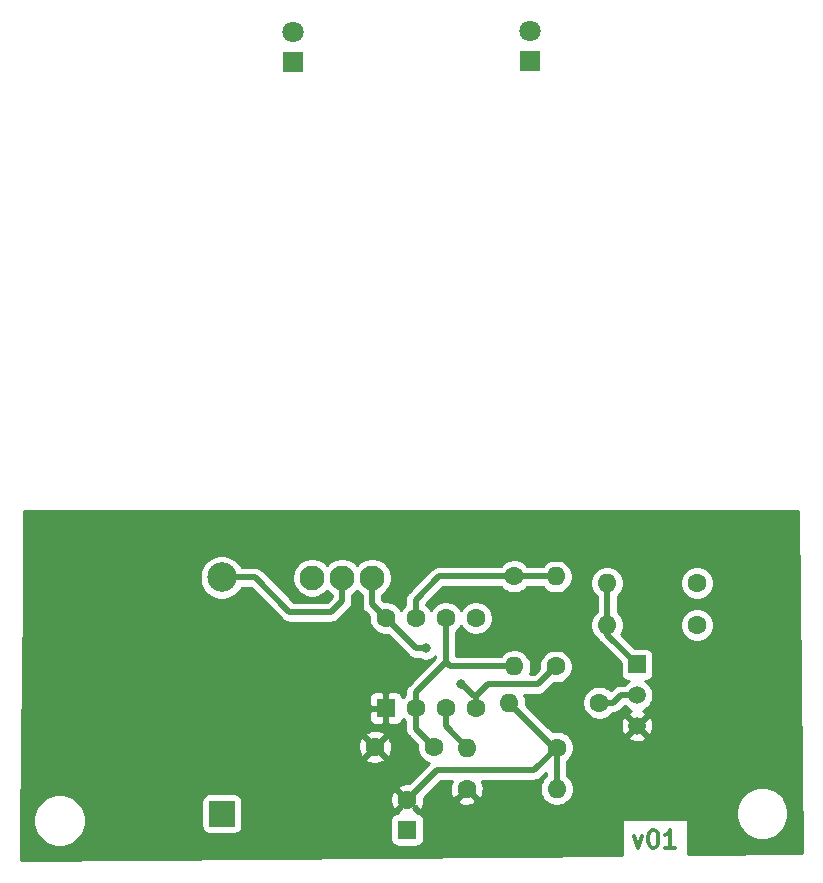
<source format=gbr>
%TF.GenerationSoftware,KiCad,Pcbnew,(5.1.6)-1*%
%TF.CreationDate,2021-10-24T20:03:51+02:00*%
%TF.ProjectId,KiCAD_tutorial,4b694341-445f-4747-9574-6f7269616c2e,rev?*%
%TF.SameCoordinates,Original*%
%TF.FileFunction,Copper,L1,Top*%
%TF.FilePolarity,Positive*%
%FSLAX46Y46*%
G04 Gerber Fmt 4.6, Leading zero omitted, Abs format (unit mm)*
G04 Created by KiCad (PCBNEW (5.1.6)-1) date 2021-10-24 20:03:51*
%MOMM*%
%LPD*%
G01*
G04 APERTURE LIST*
%TA.AperFunction,NonConductor*%
%ADD10C,0.300000*%
%TD*%
%TA.AperFunction,ComponentPad*%
%ADD11C,1.600000*%
%TD*%
%TA.AperFunction,ComponentPad*%
%ADD12O,1.600000X1.600000*%
%TD*%
%TA.AperFunction,ComponentPad*%
%ADD13R,2.170000X2.170000*%
%TD*%
%TA.AperFunction,ComponentPad*%
%ADD14C,2.500000*%
%TD*%
%TA.AperFunction,ComponentPad*%
%ADD15R,1.600000X1.600000*%
%TD*%
%TA.AperFunction,ComponentPad*%
%ADD16C,1.500000*%
%TD*%
%TA.AperFunction,ComponentPad*%
%ADD17R,1.500000X1.500000*%
%TD*%
%TA.AperFunction,ComponentPad*%
%ADD18C,2.100000*%
%TD*%
%TA.AperFunction,ComponentPad*%
%ADD19R,1.800000X1.800000*%
%TD*%
%TA.AperFunction,ComponentPad*%
%ADD20C,1.800000*%
%TD*%
%TA.AperFunction,ViaPad*%
%ADD21C,0.800000*%
%TD*%
%TA.AperFunction,Conductor*%
%ADD22C,0.500000*%
%TD*%
%TA.AperFunction,Conductor*%
%ADD23C,0.254000*%
%TD*%
G04 APERTURE END LIST*
D10*
X123714285Y-127738571D02*
X124071428Y-128738571D01*
X124428571Y-127738571D01*
X125285714Y-127238571D02*
X125428571Y-127238571D01*
X125571428Y-127310000D01*
X125642857Y-127381428D01*
X125714285Y-127524285D01*
X125785714Y-127810000D01*
X125785714Y-128167142D01*
X125714285Y-128452857D01*
X125642857Y-128595714D01*
X125571428Y-128667142D01*
X125428571Y-128738571D01*
X125285714Y-128738571D01*
X125142857Y-128667142D01*
X125071428Y-128595714D01*
X125000000Y-128452857D01*
X124928571Y-128167142D01*
X124928571Y-127810000D01*
X125000000Y-127524285D01*
X125071428Y-127381428D01*
X125142857Y-127310000D01*
X125285714Y-127238571D01*
X127214285Y-128738571D02*
X126357142Y-128738571D01*
X126785714Y-128738571D02*
X126785714Y-127238571D01*
X126642857Y-127452857D01*
X126500000Y-127595714D01*
X126357142Y-127667142D01*
D11*
%TO.P,R2,1*%
%TO.N,Net-(R1-Pad2)*%
X113580000Y-105770000D03*
D12*
%TO.P,R2,2*%
%TO.N,Net-(C1-Pad1)*%
X113580000Y-113390000D03*
%TD*%
D13*
%TO.P,BT1,Neg*%
%TO.N,N/C*%
X88820000Y-125860000D03*
D14*
%TO.P,BT1,Pos*%
X88820000Y-105860000D03*
%TD*%
D11*
%TO.P,C1,1*%
%TO.N,Net-(C1-Pad1)*%
X106800000Y-120210000D03*
%TO.P,C1,2*%
%TO.N,GND*%
X101800000Y-120210000D03*
%TD*%
%TO.P,C2,1*%
%TO.N,GND*%
X104520000Y-124710000D03*
D15*
%TO.P,C2,2*%
%TO.N,Net-(C2-Pad2)*%
X104520000Y-127210000D03*
%TD*%
D16*
%TO.P,Q1,2*%
%TO.N,Net-(Q1-Pad2)*%
X123970000Y-115830000D03*
%TO.P,Q1,3*%
%TO.N,GND*%
X123970000Y-118430000D03*
D17*
%TO.P,Q1,1*%
%TO.N,Net-(Q1-Pad1)*%
X123970000Y-113230000D03*
%TD*%
D12*
%TO.P,R1,2*%
%TO.N,Net-(R1-Pad2)*%
X117090000Y-105780000D03*
D11*
%TO.P,R1,1*%
%TO.N,VDD*%
X117090000Y-113400000D03*
%TD*%
%TO.P,R3,1*%
%TO.N,Net-(C2-Pad2)*%
X117180000Y-120260000D03*
D12*
%TO.P,R3,2*%
%TO.N,Net-(R3-Pad2)*%
X109560000Y-120260000D03*
%TD*%
%TO.P,R4,2*%
%TO.N,Net-(C2-Pad2)*%
X117170000Y-123760000D03*
D11*
%TO.P,R4,1*%
%TO.N,GND*%
X109550000Y-123760000D03*
%TD*%
%TO.P,R5,1*%
%TO.N,Net-(Q1-Pad2)*%
X120790000Y-116460000D03*
D12*
%TO.P,R5,2*%
%TO.N,Net-(C2-Pad2)*%
X113170000Y-116460000D03*
%TD*%
D11*
%TO.P,R6,1*%
%TO.N,Net-(D1-Pad1)*%
X129060000Y-109900000D03*
D12*
%TO.P,R6,2*%
%TO.N,Net-(Q1-Pad1)*%
X121440000Y-109900000D03*
%TD*%
%TO.P,R7,2*%
%TO.N,Net-(Q1-Pad1)*%
X121430000Y-106320000D03*
D11*
%TO.P,R7,1*%
%TO.N,Net-(D2-Pad1)*%
X129050000Y-106320000D03*
%TD*%
D18*
%TO.P,SW1,1*%
%TO.N,Net-(SW1-Pad1)*%
X96460000Y-105880000D03*
%TO.P,SW1,2*%
%TO.N,Net-(BT1-Pad1)*%
X99000000Y-105880000D03*
%TO.P,SW1,3*%
%TO.N,VDD*%
X101540000Y-105880000D03*
%TD*%
D15*
%TO.P,U1,1*%
%TO.N,GND*%
X102700000Y-116930000D03*
D11*
%TO.P,U1,2*%
%TO.N,Net-(C1-Pad1)*%
X105240000Y-116930000D03*
%TO.P,U1,3*%
%TO.N,Net-(R3-Pad2)*%
X107780000Y-116930000D03*
%TO.P,U1,4*%
%TO.N,VDD*%
X110320000Y-116930000D03*
%TO.P,U1,5*%
%TO.N,Net-(U1-Pad5)*%
X110320000Y-109310000D03*
%TO.P,U1,6*%
%TO.N,Net-(C1-Pad1)*%
X107780000Y-109310000D03*
%TO.P,U1,7*%
%TO.N,Net-(R1-Pad2)*%
X105240000Y-109310000D03*
%TO.P,U1,8*%
%TO.N,VDD*%
X102700000Y-109310000D03*
%TD*%
D19*
%TO.P,D1,1*%
%TO.N,Net-(D1-Pad1)*%
X114880000Y-62140000D03*
D20*
%TO.P,D1,2*%
%TO.N,VDD*%
X114880000Y-59600000D03*
%TD*%
%TO.P,D2,2*%
%TO.N,VDD*%
X94820000Y-59640000D03*
D19*
%TO.P,D2,1*%
%TO.N,Net-(D2-Pad1)*%
X94820000Y-62180000D03*
%TD*%
D21*
%TO.N,VDD*%
X109090000Y-114860000D03*
X106100000Y-111870000D03*
%TD*%
D22*
%TO.N,Net-(C1-Pad1)*%
X105240000Y-116930000D02*
X105240000Y-115600000D01*
X107780000Y-113060000D02*
X107780000Y-109310000D01*
X105240000Y-115600000D02*
X107780000Y-113060000D01*
X108110000Y-113390000D02*
X107780000Y-113060000D01*
X113580000Y-113390000D02*
X108110000Y-113390000D01*
X105240000Y-118650000D02*
X106800000Y-120210000D01*
X105240000Y-116930000D02*
X105240000Y-118650000D01*
%TO.N,Net-(C2-Pad2)*%
X116970000Y-120260000D02*
X117180000Y-120260000D01*
X113170000Y-116460000D02*
X116970000Y-120260000D01*
X117170000Y-120270000D02*
X117180000Y-120260000D01*
X117170000Y-123760000D02*
X117170000Y-120270000D01*
X104520000Y-124710000D02*
X107050000Y-122180000D01*
X115260000Y-122180000D02*
X117180000Y-120260000D01*
X107050000Y-122180000D02*
X115260000Y-122180000D01*
%TO.N,VDD*%
X101540000Y-108150000D02*
X102700000Y-109310000D01*
X101540000Y-105880000D02*
X101540000Y-108150000D01*
X110320000Y-116930000D02*
X110320000Y-115900000D01*
X110320000Y-115900000D02*
X111320000Y-114900000D01*
X115590000Y-114900000D02*
X117090000Y-113400000D01*
X111320000Y-114900000D02*
X115590000Y-114900000D01*
X110320000Y-115900000D02*
X110180000Y-115900000D01*
X110180000Y-115900000D02*
X109140000Y-114860000D01*
X109140000Y-114860000D02*
X109090000Y-114860000D01*
X105260000Y-111870000D02*
X102700000Y-109310000D01*
X106100000Y-111870000D02*
X105260000Y-111870000D01*
%TO.N,Net-(Q1-Pad2)*%
X120790000Y-116460000D02*
X121970000Y-116460000D01*
X122600000Y-115830000D02*
X123970000Y-115830000D01*
X121970000Y-116460000D02*
X122600000Y-115830000D01*
%TO.N,Net-(Q1-Pad1)*%
X121440000Y-110700000D02*
X123970000Y-113230000D01*
X121440000Y-109900000D02*
X121440000Y-110700000D01*
X121440000Y-106330000D02*
X121430000Y-106320000D01*
X121440000Y-109900000D02*
X121440000Y-106330000D01*
%TO.N,Net-(R1-Pad2)*%
X105240000Y-109310000D02*
X105240000Y-107730000D01*
X107200000Y-105770000D02*
X113580000Y-105770000D01*
X105240000Y-107730000D02*
X107200000Y-105770000D01*
X113590000Y-105780000D02*
X113580000Y-105770000D01*
X117090000Y-105780000D02*
X113590000Y-105780000D01*
%TO.N,Net-(R3-Pad2)*%
X107780000Y-118480000D02*
X109560000Y-120260000D01*
X107780000Y-116930000D02*
X107780000Y-118480000D01*
%TO.N,Net-(BT1-Pad1)*%
X88820000Y-105860000D02*
X91620000Y-105860000D01*
X91620000Y-105860000D02*
X94550000Y-108790000D01*
X94550000Y-108790000D02*
X98080000Y-108790000D01*
X99000000Y-107870000D02*
X99000000Y-105880000D01*
X98080000Y-108790000D02*
X99000000Y-107870000D01*
%TD*%
D23*
%TO.N,GND*%
G36*
X137911659Y-129184232D02*
G01*
X128285000Y-129277103D01*
X128285000Y-126270000D01*
X122715000Y-126270000D01*
X122715000Y-129330838D01*
X71828123Y-129821758D01*
X71859614Y-126209872D01*
X72855000Y-126209872D01*
X72855000Y-126650128D01*
X72940890Y-127081925D01*
X73109369Y-127488669D01*
X73353962Y-127854729D01*
X73665271Y-128166038D01*
X74031331Y-128410631D01*
X74438075Y-128579110D01*
X74869872Y-128665000D01*
X75310128Y-128665000D01*
X75741925Y-128579110D01*
X76148669Y-128410631D01*
X76514729Y-128166038D01*
X76826038Y-127854729D01*
X77070631Y-127488669D01*
X77239110Y-127081925D01*
X77325000Y-126650128D01*
X77325000Y-126209872D01*
X77239110Y-125778075D01*
X77070631Y-125371331D01*
X76826038Y-125005271D01*
X76595767Y-124775000D01*
X87096928Y-124775000D01*
X87096928Y-126945000D01*
X87109188Y-127069482D01*
X87145498Y-127189180D01*
X87204463Y-127299494D01*
X87283815Y-127396185D01*
X87380506Y-127475537D01*
X87490820Y-127534502D01*
X87610518Y-127570812D01*
X87735000Y-127583072D01*
X89905000Y-127583072D01*
X90029482Y-127570812D01*
X90149180Y-127534502D01*
X90259494Y-127475537D01*
X90356185Y-127396185D01*
X90435537Y-127299494D01*
X90494502Y-127189180D01*
X90530812Y-127069482D01*
X90543072Y-126945000D01*
X90543072Y-124775000D01*
X90530812Y-124650518D01*
X90494502Y-124530820D01*
X90435537Y-124420506D01*
X90356185Y-124323815D01*
X90259494Y-124244463D01*
X90149180Y-124185498D01*
X90029482Y-124149188D01*
X89905000Y-124136928D01*
X87735000Y-124136928D01*
X87610518Y-124149188D01*
X87490820Y-124185498D01*
X87380506Y-124244463D01*
X87283815Y-124323815D01*
X87204463Y-124420506D01*
X87145498Y-124530820D01*
X87109188Y-124650518D01*
X87096928Y-124775000D01*
X76595767Y-124775000D01*
X76514729Y-124693962D01*
X76148669Y-124449369D01*
X75741925Y-124280890D01*
X75310128Y-124195000D01*
X74869872Y-124195000D01*
X74438075Y-124280890D01*
X74031331Y-124449369D01*
X73665271Y-124693962D01*
X73353962Y-125005271D01*
X73109369Y-125371331D01*
X72940890Y-125778075D01*
X72855000Y-126209872D01*
X71859614Y-126209872D01*
X71903271Y-121202702D01*
X100986903Y-121202702D01*
X101058486Y-121446671D01*
X101313996Y-121567571D01*
X101588184Y-121636300D01*
X101870512Y-121650217D01*
X102150130Y-121608787D01*
X102416292Y-121513603D01*
X102541514Y-121446671D01*
X102613097Y-121202702D01*
X101800000Y-120389605D01*
X100986903Y-121202702D01*
X71903271Y-121202702D01*
X71911312Y-120280512D01*
X100359783Y-120280512D01*
X100401213Y-120560130D01*
X100496397Y-120826292D01*
X100563329Y-120951514D01*
X100807298Y-121023097D01*
X101620395Y-120210000D01*
X101979605Y-120210000D01*
X102792702Y-121023097D01*
X103036671Y-120951514D01*
X103157571Y-120696004D01*
X103226300Y-120421816D01*
X103240217Y-120139488D01*
X103198787Y-119859870D01*
X103103603Y-119593708D01*
X103036671Y-119468486D01*
X102792702Y-119396903D01*
X101979605Y-120210000D01*
X101620395Y-120210000D01*
X100807298Y-119396903D01*
X100563329Y-119468486D01*
X100442429Y-119723996D01*
X100373700Y-119998184D01*
X100359783Y-120280512D01*
X71911312Y-120280512D01*
X71920582Y-119217298D01*
X100986903Y-119217298D01*
X101800000Y-120030395D01*
X102613097Y-119217298D01*
X102541514Y-118973329D01*
X102286004Y-118852429D01*
X102011816Y-118783700D01*
X101729488Y-118769783D01*
X101449870Y-118811213D01*
X101183708Y-118906397D01*
X101058486Y-118973329D01*
X100986903Y-119217298D01*
X71920582Y-119217298D01*
X71933549Y-117730000D01*
X101261928Y-117730000D01*
X101274188Y-117854482D01*
X101310498Y-117974180D01*
X101369463Y-118084494D01*
X101448815Y-118181185D01*
X101545506Y-118260537D01*
X101655820Y-118319502D01*
X101775518Y-118355812D01*
X101900000Y-118368072D01*
X102414250Y-118365000D01*
X102573000Y-118206250D01*
X102573000Y-117057000D01*
X101423750Y-117057000D01*
X101265000Y-117215750D01*
X101261928Y-117730000D01*
X71933549Y-117730000D01*
X71947499Y-116130000D01*
X101261928Y-116130000D01*
X101265000Y-116644250D01*
X101423750Y-116803000D01*
X102573000Y-116803000D01*
X102573000Y-115653750D01*
X102414250Y-115495000D01*
X101900000Y-115491928D01*
X101775518Y-115504188D01*
X101655820Y-115540498D01*
X101545506Y-115599463D01*
X101448815Y-115678815D01*
X101369463Y-115775506D01*
X101310498Y-115885820D01*
X101274188Y-116005518D01*
X101261928Y-116130000D01*
X71947499Y-116130000D01*
X72038663Y-105674344D01*
X86935000Y-105674344D01*
X86935000Y-106045656D01*
X87007439Y-106409834D01*
X87149534Y-106752882D01*
X87355825Y-107061618D01*
X87618382Y-107324175D01*
X87927118Y-107530466D01*
X88270166Y-107672561D01*
X88634344Y-107745000D01*
X89005656Y-107745000D01*
X89369834Y-107672561D01*
X89712882Y-107530466D01*
X90021618Y-107324175D01*
X90284175Y-107061618D01*
X90490466Y-106752882D01*
X90493731Y-106745000D01*
X91253422Y-106745000D01*
X93893470Y-109385049D01*
X93921183Y-109418817D01*
X93954951Y-109446530D01*
X93954953Y-109446532D01*
X94055940Y-109529410D01*
X94055941Y-109529411D01*
X94209687Y-109611589D01*
X94376510Y-109662195D01*
X94506523Y-109675000D01*
X94506531Y-109675000D01*
X94550000Y-109679281D01*
X94593469Y-109675000D01*
X98036531Y-109675000D01*
X98080000Y-109679281D01*
X98123469Y-109675000D01*
X98123477Y-109675000D01*
X98253490Y-109662195D01*
X98420313Y-109611589D01*
X98574059Y-109529411D01*
X98708817Y-109418817D01*
X98736534Y-109385044D01*
X99595050Y-108526529D01*
X99628817Y-108498817D01*
X99656571Y-108465000D01*
X99739410Y-108364060D01*
X99739411Y-108364059D01*
X99821589Y-108210313D01*
X99872195Y-108043490D01*
X99885000Y-107913477D01*
X99885000Y-107913467D01*
X99889281Y-107870001D01*
X99885000Y-107826535D01*
X99885000Y-107315195D01*
X100074125Y-107188825D01*
X100270000Y-106992950D01*
X100465875Y-107188825D01*
X100655001Y-107315195D01*
X100655001Y-108106521D01*
X100650719Y-108150000D01*
X100667805Y-108323490D01*
X100718412Y-108490313D01*
X100800590Y-108644059D01*
X100883468Y-108745046D01*
X100883471Y-108745049D01*
X100911184Y-108778817D01*
X100944951Y-108806529D01*
X101271983Y-109133561D01*
X101265000Y-109168665D01*
X101265000Y-109451335D01*
X101320147Y-109728574D01*
X101428320Y-109989727D01*
X101585363Y-110224759D01*
X101785241Y-110424637D01*
X102020273Y-110581680D01*
X102281426Y-110689853D01*
X102558665Y-110745000D01*
X102841335Y-110745000D01*
X102876439Y-110738017D01*
X104603470Y-112465049D01*
X104631183Y-112498817D01*
X104664951Y-112526530D01*
X104664953Y-112526532D01*
X104712973Y-112565941D01*
X104765941Y-112609411D01*
X104919687Y-112691589D01*
X105086510Y-112742195D01*
X105216523Y-112755000D01*
X105216531Y-112755000D01*
X105260000Y-112759281D01*
X105303469Y-112755000D01*
X105561546Y-112755000D01*
X105609744Y-112787205D01*
X105798102Y-112865226D01*
X105998061Y-112905000D01*
X106201939Y-112905000D01*
X106401898Y-112865226D01*
X106590256Y-112787205D01*
X106759774Y-112673937D01*
X106895000Y-112538711D01*
X106895000Y-112693421D01*
X104644951Y-114943471D01*
X104611184Y-114971183D01*
X104583471Y-115004951D01*
X104583468Y-115004954D01*
X104500590Y-115105941D01*
X104418412Y-115259687D01*
X104367805Y-115426510D01*
X104350719Y-115600000D01*
X104355001Y-115643478D01*
X104355001Y-115795478D01*
X104325241Y-115815363D01*
X104126643Y-116013961D01*
X104125812Y-116005518D01*
X104089502Y-115885820D01*
X104030537Y-115775506D01*
X103951185Y-115678815D01*
X103854494Y-115599463D01*
X103744180Y-115540498D01*
X103624482Y-115504188D01*
X103500000Y-115491928D01*
X102985750Y-115495000D01*
X102827000Y-115653750D01*
X102827000Y-116803000D01*
X102847000Y-116803000D01*
X102847000Y-117057000D01*
X102827000Y-117057000D01*
X102827000Y-118206250D01*
X102985750Y-118365000D01*
X103500000Y-118368072D01*
X103624482Y-118355812D01*
X103744180Y-118319502D01*
X103854494Y-118260537D01*
X103951185Y-118181185D01*
X104030537Y-118084494D01*
X104089502Y-117974180D01*
X104125812Y-117854482D01*
X104126643Y-117846039D01*
X104325241Y-118044637D01*
X104355001Y-118064522D01*
X104355001Y-118606521D01*
X104350719Y-118650000D01*
X104367805Y-118823490D01*
X104418412Y-118990313D01*
X104500590Y-119144059D01*
X104583468Y-119245046D01*
X104583471Y-119245049D01*
X104611184Y-119278817D01*
X104644951Y-119306529D01*
X105371983Y-120033561D01*
X105365000Y-120068665D01*
X105365000Y-120351335D01*
X105420147Y-120628574D01*
X105528320Y-120889727D01*
X105685363Y-121124759D01*
X105885241Y-121324637D01*
X106120273Y-121481680D01*
X106381426Y-121589853D01*
X106387383Y-121591038D01*
X104696464Y-123281957D01*
X104449488Y-123269783D01*
X104169870Y-123311213D01*
X103903708Y-123406397D01*
X103778486Y-123473329D01*
X103706903Y-123717298D01*
X103984013Y-123994408D01*
X103863468Y-124114954D01*
X103810225Y-124179830D01*
X103527298Y-123896903D01*
X103283329Y-123968486D01*
X103162429Y-124223996D01*
X103093700Y-124498184D01*
X103079783Y-124780512D01*
X103121213Y-125060130D01*
X103216397Y-125326292D01*
X103283329Y-125451514D01*
X103527298Y-125523097D01*
X103810225Y-125240170D01*
X103891183Y-125338817D01*
X103989830Y-125419775D01*
X103706903Y-125702702D01*
X103727215Y-125771928D01*
X103720000Y-125771928D01*
X103595518Y-125784188D01*
X103475820Y-125820498D01*
X103365506Y-125879463D01*
X103268815Y-125958815D01*
X103189463Y-126055506D01*
X103130498Y-126165820D01*
X103094188Y-126285518D01*
X103081928Y-126410000D01*
X103081928Y-128010000D01*
X103094188Y-128134482D01*
X103130498Y-128254180D01*
X103189463Y-128364494D01*
X103268815Y-128461185D01*
X103365506Y-128540537D01*
X103475820Y-128599502D01*
X103595518Y-128635812D01*
X103720000Y-128648072D01*
X105320000Y-128648072D01*
X105444482Y-128635812D01*
X105564180Y-128599502D01*
X105674494Y-128540537D01*
X105771185Y-128461185D01*
X105850537Y-128364494D01*
X105909502Y-128254180D01*
X105945812Y-128134482D01*
X105958072Y-128010000D01*
X105958072Y-126410000D01*
X105945812Y-126285518D01*
X105909502Y-126165820D01*
X105850537Y-126055506D01*
X105771185Y-125958815D01*
X105674494Y-125879463D01*
X105564180Y-125820498D01*
X105444482Y-125784188D01*
X105320000Y-125771928D01*
X105312785Y-125771928D01*
X105333097Y-125702702D01*
X105230267Y-125599872D01*
X132325000Y-125599872D01*
X132325000Y-126040128D01*
X132410890Y-126471925D01*
X132579369Y-126878669D01*
X132823962Y-127244729D01*
X133135271Y-127556038D01*
X133501331Y-127800631D01*
X133908075Y-127969110D01*
X134339872Y-128055000D01*
X134780128Y-128055000D01*
X135211925Y-127969110D01*
X135618669Y-127800631D01*
X135984729Y-127556038D01*
X136296038Y-127244729D01*
X136540631Y-126878669D01*
X136709110Y-126471925D01*
X136795000Y-126040128D01*
X136795000Y-125599872D01*
X136709110Y-125168075D01*
X136540631Y-124761331D01*
X136296038Y-124395271D01*
X135984729Y-124083962D01*
X135618669Y-123839369D01*
X135211925Y-123670890D01*
X134780128Y-123585000D01*
X134339872Y-123585000D01*
X133908075Y-123670890D01*
X133501331Y-123839369D01*
X133135271Y-124083962D01*
X132823962Y-124395271D01*
X132579369Y-124761331D01*
X132410890Y-125168075D01*
X132325000Y-125599872D01*
X105230267Y-125599872D01*
X105050170Y-125419775D01*
X105115046Y-125366532D01*
X105235592Y-125245987D01*
X105512702Y-125523097D01*
X105756671Y-125451514D01*
X105877571Y-125196004D01*
X105946300Y-124921816D01*
X105954636Y-124752702D01*
X108736903Y-124752702D01*
X108808486Y-124996671D01*
X109063996Y-125117571D01*
X109338184Y-125186300D01*
X109620512Y-125200217D01*
X109900130Y-125158787D01*
X110166292Y-125063603D01*
X110291514Y-124996671D01*
X110363097Y-124752702D01*
X109550000Y-123939605D01*
X108736903Y-124752702D01*
X105954636Y-124752702D01*
X105960217Y-124639488D01*
X105944973Y-124536605D01*
X107416579Y-123065000D01*
X108291320Y-123065000D01*
X108192429Y-123273996D01*
X108123700Y-123548184D01*
X108109783Y-123830512D01*
X108151213Y-124110130D01*
X108246397Y-124376292D01*
X108313329Y-124501514D01*
X108557298Y-124573097D01*
X109370395Y-123760000D01*
X109356253Y-123745858D01*
X109535858Y-123566253D01*
X109550000Y-123580395D01*
X109564143Y-123566253D01*
X109743748Y-123745858D01*
X109729605Y-123760000D01*
X110542702Y-124573097D01*
X110786671Y-124501514D01*
X110907571Y-124246004D01*
X110976300Y-123971816D01*
X110990217Y-123689488D01*
X110948787Y-123409870D01*
X110853603Y-123143708D01*
X110811533Y-123065000D01*
X115216531Y-123065000D01*
X115260000Y-123069281D01*
X115303469Y-123065000D01*
X115303477Y-123065000D01*
X115433490Y-123052195D01*
X115600313Y-123001589D01*
X115754059Y-122919411D01*
X115888817Y-122808817D01*
X115916534Y-122775044D01*
X116285000Y-122406578D01*
X116285000Y-122625478D01*
X116255241Y-122645363D01*
X116055363Y-122845241D01*
X115898320Y-123080273D01*
X115790147Y-123341426D01*
X115735000Y-123618665D01*
X115735000Y-123901335D01*
X115790147Y-124178574D01*
X115898320Y-124439727D01*
X116055363Y-124674759D01*
X116255241Y-124874637D01*
X116490273Y-125031680D01*
X116751426Y-125139853D01*
X117028665Y-125195000D01*
X117311335Y-125195000D01*
X117588574Y-125139853D01*
X117849727Y-125031680D01*
X118084759Y-124874637D01*
X118284637Y-124674759D01*
X118441680Y-124439727D01*
X118549853Y-124178574D01*
X118605000Y-123901335D01*
X118605000Y-123618665D01*
X118549853Y-123341426D01*
X118441680Y-123080273D01*
X118284637Y-122845241D01*
X118084759Y-122645363D01*
X118055000Y-122625479D01*
X118055000Y-121401203D01*
X118094759Y-121374637D01*
X118294637Y-121174759D01*
X118451680Y-120939727D01*
X118559853Y-120678574D01*
X118615000Y-120401335D01*
X118615000Y-120118665D01*
X118559853Y-119841426D01*
X118451680Y-119580273D01*
X118322535Y-119386993D01*
X123192612Y-119386993D01*
X123258137Y-119625860D01*
X123505116Y-119741760D01*
X123769960Y-119807250D01*
X124042492Y-119819812D01*
X124312238Y-119778965D01*
X124568832Y-119686277D01*
X124681863Y-119625860D01*
X124747388Y-119386993D01*
X123970000Y-118609605D01*
X123192612Y-119386993D01*
X118322535Y-119386993D01*
X118294637Y-119345241D01*
X118094759Y-119145363D01*
X117859727Y-118988320D01*
X117598574Y-118880147D01*
X117321335Y-118825000D01*
X117038665Y-118825000D01*
X116828403Y-118866824D01*
X116464071Y-118502492D01*
X122580188Y-118502492D01*
X122621035Y-118772238D01*
X122713723Y-119028832D01*
X122774140Y-119141863D01*
X123013007Y-119207388D01*
X123790395Y-118430000D01*
X124149605Y-118430000D01*
X124926993Y-119207388D01*
X125165860Y-119141863D01*
X125281760Y-118894884D01*
X125347250Y-118630040D01*
X125359812Y-118357508D01*
X125318965Y-118087762D01*
X125226277Y-117831168D01*
X125165860Y-117718137D01*
X124926993Y-117652612D01*
X124149605Y-118430000D01*
X123790395Y-118430000D01*
X123013007Y-117652612D01*
X122774140Y-117718137D01*
X122658240Y-117965116D01*
X122592750Y-118229960D01*
X122580188Y-118502492D01*
X116464071Y-118502492D01*
X114598017Y-116636439D01*
X114605000Y-116601335D01*
X114605000Y-116318665D01*
X119355000Y-116318665D01*
X119355000Y-116601335D01*
X119410147Y-116878574D01*
X119518320Y-117139727D01*
X119675363Y-117374759D01*
X119875241Y-117574637D01*
X120110273Y-117731680D01*
X120371426Y-117839853D01*
X120648665Y-117895000D01*
X120931335Y-117895000D01*
X121208574Y-117839853D01*
X121469727Y-117731680D01*
X121704759Y-117574637D01*
X121904637Y-117374759D01*
X121924521Y-117345000D01*
X121926531Y-117345000D01*
X121970000Y-117349281D01*
X122013469Y-117345000D01*
X122013477Y-117345000D01*
X122143490Y-117332195D01*
X122310313Y-117281589D01*
X122464059Y-117199411D01*
X122598817Y-117088817D01*
X122626534Y-117055044D01*
X122931447Y-116750132D01*
X123087114Y-116905799D01*
X123313957Y-117057371D01*
X123490655Y-117130561D01*
X123371168Y-117173723D01*
X123258137Y-117234140D01*
X123192612Y-117473007D01*
X123970000Y-118250395D01*
X124747388Y-117473007D01*
X124681863Y-117234140D01*
X124455610Y-117127966D01*
X124626043Y-117057371D01*
X124852886Y-116905799D01*
X125045799Y-116712886D01*
X125197371Y-116486043D01*
X125301775Y-116233989D01*
X125355000Y-115966411D01*
X125355000Y-115693589D01*
X125301775Y-115426011D01*
X125197371Y-115173957D01*
X125045799Y-114947114D01*
X124852886Y-114754201D01*
X124649155Y-114618072D01*
X124720000Y-114618072D01*
X124844482Y-114605812D01*
X124964180Y-114569502D01*
X125074494Y-114510537D01*
X125171185Y-114431185D01*
X125250537Y-114334494D01*
X125309502Y-114224180D01*
X125345812Y-114104482D01*
X125358072Y-113980000D01*
X125358072Y-112480000D01*
X125345812Y-112355518D01*
X125309502Y-112235820D01*
X125250537Y-112125506D01*
X125171185Y-112028815D01*
X125074494Y-111949463D01*
X124964180Y-111890498D01*
X124844482Y-111854188D01*
X124720000Y-111841928D01*
X123833507Y-111841928D01*
X122655454Y-110663876D01*
X122711680Y-110579727D01*
X122819853Y-110318574D01*
X122875000Y-110041335D01*
X122875000Y-109758665D01*
X127625000Y-109758665D01*
X127625000Y-110041335D01*
X127680147Y-110318574D01*
X127788320Y-110579727D01*
X127945363Y-110814759D01*
X128145241Y-111014637D01*
X128380273Y-111171680D01*
X128641426Y-111279853D01*
X128918665Y-111335000D01*
X129201335Y-111335000D01*
X129478574Y-111279853D01*
X129739727Y-111171680D01*
X129974759Y-111014637D01*
X130174637Y-110814759D01*
X130331680Y-110579727D01*
X130439853Y-110318574D01*
X130495000Y-110041335D01*
X130495000Y-109758665D01*
X130439853Y-109481426D01*
X130331680Y-109220273D01*
X130174637Y-108985241D01*
X129974759Y-108785363D01*
X129739727Y-108628320D01*
X129478574Y-108520147D01*
X129201335Y-108465000D01*
X128918665Y-108465000D01*
X128641426Y-108520147D01*
X128380273Y-108628320D01*
X128145241Y-108785363D01*
X127945363Y-108985241D01*
X127788320Y-109220273D01*
X127680147Y-109481426D01*
X127625000Y-109758665D01*
X122875000Y-109758665D01*
X122819853Y-109481426D01*
X122711680Y-109220273D01*
X122554637Y-108985241D01*
X122354759Y-108785363D01*
X122325000Y-108765479D01*
X122325000Y-107447840D01*
X122344759Y-107434637D01*
X122544637Y-107234759D01*
X122701680Y-106999727D01*
X122809853Y-106738574D01*
X122865000Y-106461335D01*
X122865000Y-106178665D01*
X127615000Y-106178665D01*
X127615000Y-106461335D01*
X127670147Y-106738574D01*
X127778320Y-106999727D01*
X127935363Y-107234759D01*
X128135241Y-107434637D01*
X128370273Y-107591680D01*
X128631426Y-107699853D01*
X128908665Y-107755000D01*
X129191335Y-107755000D01*
X129468574Y-107699853D01*
X129729727Y-107591680D01*
X129964759Y-107434637D01*
X130164637Y-107234759D01*
X130321680Y-106999727D01*
X130429853Y-106738574D01*
X130485000Y-106461335D01*
X130485000Y-106178665D01*
X130429853Y-105901426D01*
X130321680Y-105640273D01*
X130164637Y-105405241D01*
X129964759Y-105205363D01*
X129729727Y-105048320D01*
X129468574Y-104940147D01*
X129191335Y-104885000D01*
X128908665Y-104885000D01*
X128631426Y-104940147D01*
X128370273Y-105048320D01*
X128135241Y-105205363D01*
X127935363Y-105405241D01*
X127778320Y-105640273D01*
X127670147Y-105901426D01*
X127615000Y-106178665D01*
X122865000Y-106178665D01*
X122809853Y-105901426D01*
X122701680Y-105640273D01*
X122544637Y-105405241D01*
X122344759Y-105205363D01*
X122109727Y-105048320D01*
X121848574Y-104940147D01*
X121571335Y-104885000D01*
X121288665Y-104885000D01*
X121011426Y-104940147D01*
X120750273Y-105048320D01*
X120515241Y-105205363D01*
X120315363Y-105405241D01*
X120158320Y-105640273D01*
X120050147Y-105901426D01*
X119995000Y-106178665D01*
X119995000Y-106461335D01*
X120050147Y-106738574D01*
X120158320Y-106999727D01*
X120315363Y-107234759D01*
X120515241Y-107434637D01*
X120555001Y-107461204D01*
X120555000Y-108765479D01*
X120525241Y-108785363D01*
X120325363Y-108985241D01*
X120168320Y-109220273D01*
X120060147Y-109481426D01*
X120005000Y-109758665D01*
X120005000Y-110041335D01*
X120060147Y-110318574D01*
X120168320Y-110579727D01*
X120325363Y-110814759D01*
X120525241Y-111014637D01*
X120648826Y-111097213D01*
X120700590Y-111194059D01*
X120783468Y-111295046D01*
X120783471Y-111295049D01*
X120811184Y-111328817D01*
X120844951Y-111356529D01*
X122581928Y-113093507D01*
X122581928Y-113980000D01*
X122594188Y-114104482D01*
X122630498Y-114224180D01*
X122689463Y-114334494D01*
X122768815Y-114431185D01*
X122865506Y-114510537D01*
X122975820Y-114569502D01*
X123095518Y-114605812D01*
X123220000Y-114618072D01*
X123290845Y-114618072D01*
X123087114Y-114754201D01*
X122896315Y-114945000D01*
X122643469Y-114945000D01*
X122600000Y-114940719D01*
X122556531Y-114945000D01*
X122556523Y-114945000D01*
X122426510Y-114957805D01*
X122259686Y-115008411D01*
X122105941Y-115090589D01*
X122004953Y-115173468D01*
X122004951Y-115173470D01*
X121971183Y-115201183D01*
X121943470Y-115234951D01*
X121768909Y-115409513D01*
X121704759Y-115345363D01*
X121469727Y-115188320D01*
X121208574Y-115080147D01*
X120931335Y-115025000D01*
X120648665Y-115025000D01*
X120371426Y-115080147D01*
X120110273Y-115188320D01*
X119875241Y-115345363D01*
X119675363Y-115545241D01*
X119518320Y-115780273D01*
X119410147Y-116041426D01*
X119355000Y-116318665D01*
X114605000Y-116318665D01*
X114549853Y-116041426D01*
X114443638Y-115785000D01*
X115546531Y-115785000D01*
X115590000Y-115789281D01*
X115633469Y-115785000D01*
X115633477Y-115785000D01*
X115763490Y-115772195D01*
X115930313Y-115721589D01*
X116084059Y-115639411D01*
X116218817Y-115528817D01*
X116246534Y-115495044D01*
X116913561Y-114828017D01*
X116948665Y-114835000D01*
X117231335Y-114835000D01*
X117508574Y-114779853D01*
X117769727Y-114671680D01*
X118004759Y-114514637D01*
X118204637Y-114314759D01*
X118361680Y-114079727D01*
X118469853Y-113818574D01*
X118525000Y-113541335D01*
X118525000Y-113258665D01*
X118469853Y-112981426D01*
X118361680Y-112720273D01*
X118204637Y-112485241D01*
X118004759Y-112285363D01*
X117769727Y-112128320D01*
X117508574Y-112020147D01*
X117231335Y-111965000D01*
X116948665Y-111965000D01*
X116671426Y-112020147D01*
X116410273Y-112128320D01*
X116175241Y-112285363D01*
X115975363Y-112485241D01*
X115818320Y-112720273D01*
X115710147Y-112981426D01*
X115655000Y-113258665D01*
X115655000Y-113541335D01*
X115661983Y-113576439D01*
X115223422Y-114015000D01*
X114874349Y-114015000D01*
X114959853Y-113808574D01*
X115015000Y-113531335D01*
X115015000Y-113248665D01*
X114959853Y-112971426D01*
X114851680Y-112710273D01*
X114694637Y-112475241D01*
X114494759Y-112275363D01*
X114259727Y-112118320D01*
X113998574Y-112010147D01*
X113721335Y-111955000D01*
X113438665Y-111955000D01*
X113161426Y-112010147D01*
X112900273Y-112118320D01*
X112665241Y-112275363D01*
X112465363Y-112475241D01*
X112445479Y-112505000D01*
X108665000Y-112505000D01*
X108665000Y-110444521D01*
X108694759Y-110424637D01*
X108894637Y-110224759D01*
X109050000Y-109992241D01*
X109205363Y-110224759D01*
X109405241Y-110424637D01*
X109640273Y-110581680D01*
X109901426Y-110689853D01*
X110178665Y-110745000D01*
X110461335Y-110745000D01*
X110738574Y-110689853D01*
X110999727Y-110581680D01*
X111234759Y-110424637D01*
X111434637Y-110224759D01*
X111591680Y-109989727D01*
X111699853Y-109728574D01*
X111755000Y-109451335D01*
X111755000Y-109168665D01*
X111699853Y-108891426D01*
X111591680Y-108630273D01*
X111434637Y-108395241D01*
X111234759Y-108195363D01*
X110999727Y-108038320D01*
X110738574Y-107930147D01*
X110461335Y-107875000D01*
X110178665Y-107875000D01*
X109901426Y-107930147D01*
X109640273Y-108038320D01*
X109405241Y-108195363D01*
X109205363Y-108395241D01*
X109050000Y-108627759D01*
X108894637Y-108395241D01*
X108694759Y-108195363D01*
X108459727Y-108038320D01*
X108198574Y-107930147D01*
X107921335Y-107875000D01*
X107638665Y-107875000D01*
X107361426Y-107930147D01*
X107100273Y-108038320D01*
X106865241Y-108195363D01*
X106665363Y-108395241D01*
X106510000Y-108627759D01*
X106354637Y-108395241D01*
X106154759Y-108195363D01*
X106125000Y-108175479D01*
X106125000Y-108096578D01*
X107566579Y-106655000D01*
X112445479Y-106655000D01*
X112465363Y-106684759D01*
X112665241Y-106884637D01*
X112900273Y-107041680D01*
X113161426Y-107149853D01*
X113438665Y-107205000D01*
X113721335Y-107205000D01*
X113998574Y-107149853D01*
X114259727Y-107041680D01*
X114494759Y-106884637D01*
X114694637Y-106684759D01*
X114707840Y-106665000D01*
X115955479Y-106665000D01*
X115975363Y-106694759D01*
X116175241Y-106894637D01*
X116410273Y-107051680D01*
X116671426Y-107159853D01*
X116948665Y-107215000D01*
X117231335Y-107215000D01*
X117508574Y-107159853D01*
X117769727Y-107051680D01*
X118004759Y-106894637D01*
X118204637Y-106694759D01*
X118361680Y-106459727D01*
X118469853Y-106198574D01*
X118525000Y-105921335D01*
X118525000Y-105638665D01*
X118469853Y-105361426D01*
X118361680Y-105100273D01*
X118204637Y-104865241D01*
X118004759Y-104665363D01*
X117769727Y-104508320D01*
X117508574Y-104400147D01*
X117231335Y-104345000D01*
X116948665Y-104345000D01*
X116671426Y-104400147D01*
X116410273Y-104508320D01*
X116175241Y-104665363D01*
X115975363Y-104865241D01*
X115955479Y-104895000D01*
X114721203Y-104895000D01*
X114694637Y-104855241D01*
X114494759Y-104655363D01*
X114259727Y-104498320D01*
X113998574Y-104390147D01*
X113721335Y-104335000D01*
X113438665Y-104335000D01*
X113161426Y-104390147D01*
X112900273Y-104498320D01*
X112665241Y-104655363D01*
X112465363Y-104855241D01*
X112445479Y-104885000D01*
X107243469Y-104885000D01*
X107200000Y-104880719D01*
X107156531Y-104885000D01*
X107156523Y-104885000D01*
X107026510Y-104897805D01*
X106859686Y-104948411D01*
X106705941Y-105030589D01*
X106604953Y-105113468D01*
X106604951Y-105113470D01*
X106571183Y-105141183D01*
X106543470Y-105174951D01*
X104644951Y-107073471D01*
X104611184Y-107101183D01*
X104583471Y-107134951D01*
X104583468Y-107134954D01*
X104500590Y-107235941D01*
X104418412Y-107389687D01*
X104367805Y-107556510D01*
X104350719Y-107730000D01*
X104355001Y-107773479D01*
X104355001Y-108175478D01*
X104325241Y-108195363D01*
X104125363Y-108395241D01*
X103970000Y-108627759D01*
X103814637Y-108395241D01*
X103614759Y-108195363D01*
X103379727Y-108038320D01*
X103118574Y-107930147D01*
X102841335Y-107875000D01*
X102558665Y-107875000D01*
X102523561Y-107881983D01*
X102425000Y-107783422D01*
X102425000Y-107315195D01*
X102614125Y-107188825D01*
X102848825Y-106954125D01*
X103033228Y-106678147D01*
X103160246Y-106371496D01*
X103225000Y-106045958D01*
X103225000Y-105714042D01*
X103160246Y-105388504D01*
X103033228Y-105081853D01*
X102848825Y-104805875D01*
X102614125Y-104571175D01*
X102338147Y-104386772D01*
X102031496Y-104259754D01*
X101705958Y-104195000D01*
X101374042Y-104195000D01*
X101048504Y-104259754D01*
X100741853Y-104386772D01*
X100465875Y-104571175D01*
X100270000Y-104767050D01*
X100074125Y-104571175D01*
X99798147Y-104386772D01*
X99491496Y-104259754D01*
X99165958Y-104195000D01*
X98834042Y-104195000D01*
X98508504Y-104259754D01*
X98201853Y-104386772D01*
X97925875Y-104571175D01*
X97730000Y-104767050D01*
X97534125Y-104571175D01*
X97258147Y-104386772D01*
X96951496Y-104259754D01*
X96625958Y-104195000D01*
X96294042Y-104195000D01*
X95968504Y-104259754D01*
X95661853Y-104386772D01*
X95385875Y-104571175D01*
X95151175Y-104805875D01*
X94966772Y-105081853D01*
X94839754Y-105388504D01*
X94775000Y-105714042D01*
X94775000Y-106045958D01*
X94839754Y-106371496D01*
X94966772Y-106678147D01*
X95151175Y-106954125D01*
X95385875Y-107188825D01*
X95661853Y-107373228D01*
X95968504Y-107500246D01*
X96294042Y-107565000D01*
X96625958Y-107565000D01*
X96951496Y-107500246D01*
X97258147Y-107373228D01*
X97534125Y-107188825D01*
X97730000Y-106992950D01*
X97925875Y-107188825D01*
X98115000Y-107315195D01*
X98115000Y-107503421D01*
X97713422Y-107905000D01*
X94916579Y-107905000D01*
X92276534Y-105264956D01*
X92248817Y-105231183D01*
X92114059Y-105120589D01*
X91960313Y-105038411D01*
X91793490Y-104987805D01*
X91663477Y-104975000D01*
X91663469Y-104975000D01*
X91620000Y-104970719D01*
X91576531Y-104975000D01*
X90493731Y-104975000D01*
X90490466Y-104967118D01*
X90284175Y-104658382D01*
X90021618Y-104395825D01*
X89712882Y-104189534D01*
X89369834Y-104047439D01*
X89005656Y-103975000D01*
X88634344Y-103975000D01*
X88270166Y-104047439D01*
X87927118Y-104189534D01*
X87618382Y-104395825D01*
X87355825Y-104658382D01*
X87149534Y-104967118D01*
X87007439Y-105310166D01*
X86935000Y-105674344D01*
X72038663Y-105674344D01*
X72085898Y-100256904D01*
X137604341Y-100207096D01*
X137911659Y-129184232D01*
G37*
X137911659Y-129184232D02*
X128285000Y-129277103D01*
X128285000Y-126270000D01*
X122715000Y-126270000D01*
X122715000Y-129330838D01*
X71828123Y-129821758D01*
X71859614Y-126209872D01*
X72855000Y-126209872D01*
X72855000Y-126650128D01*
X72940890Y-127081925D01*
X73109369Y-127488669D01*
X73353962Y-127854729D01*
X73665271Y-128166038D01*
X74031331Y-128410631D01*
X74438075Y-128579110D01*
X74869872Y-128665000D01*
X75310128Y-128665000D01*
X75741925Y-128579110D01*
X76148669Y-128410631D01*
X76514729Y-128166038D01*
X76826038Y-127854729D01*
X77070631Y-127488669D01*
X77239110Y-127081925D01*
X77325000Y-126650128D01*
X77325000Y-126209872D01*
X77239110Y-125778075D01*
X77070631Y-125371331D01*
X76826038Y-125005271D01*
X76595767Y-124775000D01*
X87096928Y-124775000D01*
X87096928Y-126945000D01*
X87109188Y-127069482D01*
X87145498Y-127189180D01*
X87204463Y-127299494D01*
X87283815Y-127396185D01*
X87380506Y-127475537D01*
X87490820Y-127534502D01*
X87610518Y-127570812D01*
X87735000Y-127583072D01*
X89905000Y-127583072D01*
X90029482Y-127570812D01*
X90149180Y-127534502D01*
X90259494Y-127475537D01*
X90356185Y-127396185D01*
X90435537Y-127299494D01*
X90494502Y-127189180D01*
X90530812Y-127069482D01*
X90543072Y-126945000D01*
X90543072Y-124775000D01*
X90530812Y-124650518D01*
X90494502Y-124530820D01*
X90435537Y-124420506D01*
X90356185Y-124323815D01*
X90259494Y-124244463D01*
X90149180Y-124185498D01*
X90029482Y-124149188D01*
X89905000Y-124136928D01*
X87735000Y-124136928D01*
X87610518Y-124149188D01*
X87490820Y-124185498D01*
X87380506Y-124244463D01*
X87283815Y-124323815D01*
X87204463Y-124420506D01*
X87145498Y-124530820D01*
X87109188Y-124650518D01*
X87096928Y-124775000D01*
X76595767Y-124775000D01*
X76514729Y-124693962D01*
X76148669Y-124449369D01*
X75741925Y-124280890D01*
X75310128Y-124195000D01*
X74869872Y-124195000D01*
X74438075Y-124280890D01*
X74031331Y-124449369D01*
X73665271Y-124693962D01*
X73353962Y-125005271D01*
X73109369Y-125371331D01*
X72940890Y-125778075D01*
X72855000Y-126209872D01*
X71859614Y-126209872D01*
X71903271Y-121202702D01*
X100986903Y-121202702D01*
X101058486Y-121446671D01*
X101313996Y-121567571D01*
X101588184Y-121636300D01*
X101870512Y-121650217D01*
X102150130Y-121608787D01*
X102416292Y-121513603D01*
X102541514Y-121446671D01*
X102613097Y-121202702D01*
X101800000Y-120389605D01*
X100986903Y-121202702D01*
X71903271Y-121202702D01*
X71911312Y-120280512D01*
X100359783Y-120280512D01*
X100401213Y-120560130D01*
X100496397Y-120826292D01*
X100563329Y-120951514D01*
X100807298Y-121023097D01*
X101620395Y-120210000D01*
X101979605Y-120210000D01*
X102792702Y-121023097D01*
X103036671Y-120951514D01*
X103157571Y-120696004D01*
X103226300Y-120421816D01*
X103240217Y-120139488D01*
X103198787Y-119859870D01*
X103103603Y-119593708D01*
X103036671Y-119468486D01*
X102792702Y-119396903D01*
X101979605Y-120210000D01*
X101620395Y-120210000D01*
X100807298Y-119396903D01*
X100563329Y-119468486D01*
X100442429Y-119723996D01*
X100373700Y-119998184D01*
X100359783Y-120280512D01*
X71911312Y-120280512D01*
X71920582Y-119217298D01*
X100986903Y-119217298D01*
X101800000Y-120030395D01*
X102613097Y-119217298D01*
X102541514Y-118973329D01*
X102286004Y-118852429D01*
X102011816Y-118783700D01*
X101729488Y-118769783D01*
X101449870Y-118811213D01*
X101183708Y-118906397D01*
X101058486Y-118973329D01*
X100986903Y-119217298D01*
X71920582Y-119217298D01*
X71933549Y-117730000D01*
X101261928Y-117730000D01*
X101274188Y-117854482D01*
X101310498Y-117974180D01*
X101369463Y-118084494D01*
X101448815Y-118181185D01*
X101545506Y-118260537D01*
X101655820Y-118319502D01*
X101775518Y-118355812D01*
X101900000Y-118368072D01*
X102414250Y-118365000D01*
X102573000Y-118206250D01*
X102573000Y-117057000D01*
X101423750Y-117057000D01*
X101265000Y-117215750D01*
X101261928Y-117730000D01*
X71933549Y-117730000D01*
X71947499Y-116130000D01*
X101261928Y-116130000D01*
X101265000Y-116644250D01*
X101423750Y-116803000D01*
X102573000Y-116803000D01*
X102573000Y-115653750D01*
X102414250Y-115495000D01*
X101900000Y-115491928D01*
X101775518Y-115504188D01*
X101655820Y-115540498D01*
X101545506Y-115599463D01*
X101448815Y-115678815D01*
X101369463Y-115775506D01*
X101310498Y-115885820D01*
X101274188Y-116005518D01*
X101261928Y-116130000D01*
X71947499Y-116130000D01*
X72038663Y-105674344D01*
X86935000Y-105674344D01*
X86935000Y-106045656D01*
X87007439Y-106409834D01*
X87149534Y-106752882D01*
X87355825Y-107061618D01*
X87618382Y-107324175D01*
X87927118Y-107530466D01*
X88270166Y-107672561D01*
X88634344Y-107745000D01*
X89005656Y-107745000D01*
X89369834Y-107672561D01*
X89712882Y-107530466D01*
X90021618Y-107324175D01*
X90284175Y-107061618D01*
X90490466Y-106752882D01*
X90493731Y-106745000D01*
X91253422Y-106745000D01*
X93893470Y-109385049D01*
X93921183Y-109418817D01*
X93954951Y-109446530D01*
X93954953Y-109446532D01*
X94055940Y-109529410D01*
X94055941Y-109529411D01*
X94209687Y-109611589D01*
X94376510Y-109662195D01*
X94506523Y-109675000D01*
X94506531Y-109675000D01*
X94550000Y-109679281D01*
X94593469Y-109675000D01*
X98036531Y-109675000D01*
X98080000Y-109679281D01*
X98123469Y-109675000D01*
X98123477Y-109675000D01*
X98253490Y-109662195D01*
X98420313Y-109611589D01*
X98574059Y-109529411D01*
X98708817Y-109418817D01*
X98736534Y-109385044D01*
X99595050Y-108526529D01*
X99628817Y-108498817D01*
X99656571Y-108465000D01*
X99739410Y-108364060D01*
X99739411Y-108364059D01*
X99821589Y-108210313D01*
X99872195Y-108043490D01*
X99885000Y-107913477D01*
X99885000Y-107913467D01*
X99889281Y-107870001D01*
X99885000Y-107826535D01*
X99885000Y-107315195D01*
X100074125Y-107188825D01*
X100270000Y-106992950D01*
X100465875Y-107188825D01*
X100655001Y-107315195D01*
X100655001Y-108106521D01*
X100650719Y-108150000D01*
X100667805Y-108323490D01*
X100718412Y-108490313D01*
X100800590Y-108644059D01*
X100883468Y-108745046D01*
X100883471Y-108745049D01*
X100911184Y-108778817D01*
X100944951Y-108806529D01*
X101271983Y-109133561D01*
X101265000Y-109168665D01*
X101265000Y-109451335D01*
X101320147Y-109728574D01*
X101428320Y-109989727D01*
X101585363Y-110224759D01*
X101785241Y-110424637D01*
X102020273Y-110581680D01*
X102281426Y-110689853D01*
X102558665Y-110745000D01*
X102841335Y-110745000D01*
X102876439Y-110738017D01*
X104603470Y-112465049D01*
X104631183Y-112498817D01*
X104664951Y-112526530D01*
X104664953Y-112526532D01*
X104712973Y-112565941D01*
X104765941Y-112609411D01*
X104919687Y-112691589D01*
X105086510Y-112742195D01*
X105216523Y-112755000D01*
X105216531Y-112755000D01*
X105260000Y-112759281D01*
X105303469Y-112755000D01*
X105561546Y-112755000D01*
X105609744Y-112787205D01*
X105798102Y-112865226D01*
X105998061Y-112905000D01*
X106201939Y-112905000D01*
X106401898Y-112865226D01*
X106590256Y-112787205D01*
X106759774Y-112673937D01*
X106895000Y-112538711D01*
X106895000Y-112693421D01*
X104644951Y-114943471D01*
X104611184Y-114971183D01*
X104583471Y-115004951D01*
X104583468Y-115004954D01*
X104500590Y-115105941D01*
X104418412Y-115259687D01*
X104367805Y-115426510D01*
X104350719Y-115600000D01*
X104355001Y-115643478D01*
X104355001Y-115795478D01*
X104325241Y-115815363D01*
X104126643Y-116013961D01*
X104125812Y-116005518D01*
X104089502Y-115885820D01*
X104030537Y-115775506D01*
X103951185Y-115678815D01*
X103854494Y-115599463D01*
X103744180Y-115540498D01*
X103624482Y-115504188D01*
X103500000Y-115491928D01*
X102985750Y-115495000D01*
X102827000Y-115653750D01*
X102827000Y-116803000D01*
X102847000Y-116803000D01*
X102847000Y-117057000D01*
X102827000Y-117057000D01*
X102827000Y-118206250D01*
X102985750Y-118365000D01*
X103500000Y-118368072D01*
X103624482Y-118355812D01*
X103744180Y-118319502D01*
X103854494Y-118260537D01*
X103951185Y-118181185D01*
X104030537Y-118084494D01*
X104089502Y-117974180D01*
X104125812Y-117854482D01*
X104126643Y-117846039D01*
X104325241Y-118044637D01*
X104355001Y-118064522D01*
X104355001Y-118606521D01*
X104350719Y-118650000D01*
X104367805Y-118823490D01*
X104418412Y-118990313D01*
X104500590Y-119144059D01*
X104583468Y-119245046D01*
X104583471Y-119245049D01*
X104611184Y-119278817D01*
X104644951Y-119306529D01*
X105371983Y-120033561D01*
X105365000Y-120068665D01*
X105365000Y-120351335D01*
X105420147Y-120628574D01*
X105528320Y-120889727D01*
X105685363Y-121124759D01*
X105885241Y-121324637D01*
X106120273Y-121481680D01*
X106381426Y-121589853D01*
X106387383Y-121591038D01*
X104696464Y-123281957D01*
X104449488Y-123269783D01*
X104169870Y-123311213D01*
X103903708Y-123406397D01*
X103778486Y-123473329D01*
X103706903Y-123717298D01*
X103984013Y-123994408D01*
X103863468Y-124114954D01*
X103810225Y-124179830D01*
X103527298Y-123896903D01*
X103283329Y-123968486D01*
X103162429Y-124223996D01*
X103093700Y-124498184D01*
X103079783Y-124780512D01*
X103121213Y-125060130D01*
X103216397Y-125326292D01*
X103283329Y-125451514D01*
X103527298Y-125523097D01*
X103810225Y-125240170D01*
X103891183Y-125338817D01*
X103989830Y-125419775D01*
X103706903Y-125702702D01*
X103727215Y-125771928D01*
X103720000Y-125771928D01*
X103595518Y-125784188D01*
X103475820Y-125820498D01*
X103365506Y-125879463D01*
X103268815Y-125958815D01*
X103189463Y-126055506D01*
X103130498Y-126165820D01*
X103094188Y-126285518D01*
X103081928Y-126410000D01*
X103081928Y-128010000D01*
X103094188Y-128134482D01*
X103130498Y-128254180D01*
X103189463Y-128364494D01*
X103268815Y-128461185D01*
X103365506Y-128540537D01*
X103475820Y-128599502D01*
X103595518Y-128635812D01*
X103720000Y-128648072D01*
X105320000Y-128648072D01*
X105444482Y-128635812D01*
X105564180Y-128599502D01*
X105674494Y-128540537D01*
X105771185Y-128461185D01*
X105850537Y-128364494D01*
X105909502Y-128254180D01*
X105945812Y-128134482D01*
X105958072Y-128010000D01*
X105958072Y-126410000D01*
X105945812Y-126285518D01*
X105909502Y-126165820D01*
X105850537Y-126055506D01*
X105771185Y-125958815D01*
X105674494Y-125879463D01*
X105564180Y-125820498D01*
X105444482Y-125784188D01*
X105320000Y-125771928D01*
X105312785Y-125771928D01*
X105333097Y-125702702D01*
X105230267Y-125599872D01*
X132325000Y-125599872D01*
X132325000Y-126040128D01*
X132410890Y-126471925D01*
X132579369Y-126878669D01*
X132823962Y-127244729D01*
X133135271Y-127556038D01*
X133501331Y-127800631D01*
X133908075Y-127969110D01*
X134339872Y-128055000D01*
X134780128Y-128055000D01*
X135211925Y-127969110D01*
X135618669Y-127800631D01*
X135984729Y-127556038D01*
X136296038Y-127244729D01*
X136540631Y-126878669D01*
X136709110Y-126471925D01*
X136795000Y-126040128D01*
X136795000Y-125599872D01*
X136709110Y-125168075D01*
X136540631Y-124761331D01*
X136296038Y-124395271D01*
X135984729Y-124083962D01*
X135618669Y-123839369D01*
X135211925Y-123670890D01*
X134780128Y-123585000D01*
X134339872Y-123585000D01*
X133908075Y-123670890D01*
X133501331Y-123839369D01*
X133135271Y-124083962D01*
X132823962Y-124395271D01*
X132579369Y-124761331D01*
X132410890Y-125168075D01*
X132325000Y-125599872D01*
X105230267Y-125599872D01*
X105050170Y-125419775D01*
X105115046Y-125366532D01*
X105235592Y-125245987D01*
X105512702Y-125523097D01*
X105756671Y-125451514D01*
X105877571Y-125196004D01*
X105946300Y-124921816D01*
X105954636Y-124752702D01*
X108736903Y-124752702D01*
X108808486Y-124996671D01*
X109063996Y-125117571D01*
X109338184Y-125186300D01*
X109620512Y-125200217D01*
X109900130Y-125158787D01*
X110166292Y-125063603D01*
X110291514Y-124996671D01*
X110363097Y-124752702D01*
X109550000Y-123939605D01*
X108736903Y-124752702D01*
X105954636Y-124752702D01*
X105960217Y-124639488D01*
X105944973Y-124536605D01*
X107416579Y-123065000D01*
X108291320Y-123065000D01*
X108192429Y-123273996D01*
X108123700Y-123548184D01*
X108109783Y-123830512D01*
X108151213Y-124110130D01*
X108246397Y-124376292D01*
X108313329Y-124501514D01*
X108557298Y-124573097D01*
X109370395Y-123760000D01*
X109356253Y-123745858D01*
X109535858Y-123566253D01*
X109550000Y-123580395D01*
X109564143Y-123566253D01*
X109743748Y-123745858D01*
X109729605Y-123760000D01*
X110542702Y-124573097D01*
X110786671Y-124501514D01*
X110907571Y-124246004D01*
X110976300Y-123971816D01*
X110990217Y-123689488D01*
X110948787Y-123409870D01*
X110853603Y-123143708D01*
X110811533Y-123065000D01*
X115216531Y-123065000D01*
X115260000Y-123069281D01*
X115303469Y-123065000D01*
X115303477Y-123065000D01*
X115433490Y-123052195D01*
X115600313Y-123001589D01*
X115754059Y-122919411D01*
X115888817Y-122808817D01*
X115916534Y-122775044D01*
X116285000Y-122406578D01*
X116285000Y-122625478D01*
X116255241Y-122645363D01*
X116055363Y-122845241D01*
X115898320Y-123080273D01*
X115790147Y-123341426D01*
X115735000Y-123618665D01*
X115735000Y-123901335D01*
X115790147Y-124178574D01*
X115898320Y-124439727D01*
X116055363Y-124674759D01*
X116255241Y-124874637D01*
X116490273Y-125031680D01*
X116751426Y-125139853D01*
X117028665Y-125195000D01*
X117311335Y-125195000D01*
X117588574Y-125139853D01*
X117849727Y-125031680D01*
X118084759Y-124874637D01*
X118284637Y-124674759D01*
X118441680Y-124439727D01*
X118549853Y-124178574D01*
X118605000Y-123901335D01*
X118605000Y-123618665D01*
X118549853Y-123341426D01*
X118441680Y-123080273D01*
X118284637Y-122845241D01*
X118084759Y-122645363D01*
X118055000Y-122625479D01*
X118055000Y-121401203D01*
X118094759Y-121374637D01*
X118294637Y-121174759D01*
X118451680Y-120939727D01*
X118559853Y-120678574D01*
X118615000Y-120401335D01*
X118615000Y-120118665D01*
X118559853Y-119841426D01*
X118451680Y-119580273D01*
X118322535Y-119386993D01*
X123192612Y-119386993D01*
X123258137Y-119625860D01*
X123505116Y-119741760D01*
X123769960Y-119807250D01*
X124042492Y-119819812D01*
X124312238Y-119778965D01*
X124568832Y-119686277D01*
X124681863Y-119625860D01*
X124747388Y-119386993D01*
X123970000Y-118609605D01*
X123192612Y-119386993D01*
X118322535Y-119386993D01*
X118294637Y-119345241D01*
X118094759Y-119145363D01*
X117859727Y-118988320D01*
X117598574Y-118880147D01*
X117321335Y-118825000D01*
X117038665Y-118825000D01*
X116828403Y-118866824D01*
X116464071Y-118502492D01*
X122580188Y-118502492D01*
X122621035Y-118772238D01*
X122713723Y-119028832D01*
X122774140Y-119141863D01*
X123013007Y-119207388D01*
X123790395Y-118430000D01*
X124149605Y-118430000D01*
X124926993Y-119207388D01*
X125165860Y-119141863D01*
X125281760Y-118894884D01*
X125347250Y-118630040D01*
X125359812Y-118357508D01*
X125318965Y-118087762D01*
X125226277Y-117831168D01*
X125165860Y-117718137D01*
X124926993Y-117652612D01*
X124149605Y-118430000D01*
X123790395Y-118430000D01*
X123013007Y-117652612D01*
X122774140Y-117718137D01*
X122658240Y-117965116D01*
X122592750Y-118229960D01*
X122580188Y-118502492D01*
X116464071Y-118502492D01*
X114598017Y-116636439D01*
X114605000Y-116601335D01*
X114605000Y-116318665D01*
X119355000Y-116318665D01*
X119355000Y-116601335D01*
X119410147Y-116878574D01*
X119518320Y-117139727D01*
X119675363Y-117374759D01*
X119875241Y-117574637D01*
X120110273Y-117731680D01*
X120371426Y-117839853D01*
X120648665Y-117895000D01*
X120931335Y-117895000D01*
X121208574Y-117839853D01*
X121469727Y-117731680D01*
X121704759Y-117574637D01*
X121904637Y-117374759D01*
X121924521Y-117345000D01*
X121926531Y-117345000D01*
X121970000Y-117349281D01*
X122013469Y-117345000D01*
X122013477Y-117345000D01*
X122143490Y-117332195D01*
X122310313Y-117281589D01*
X122464059Y-117199411D01*
X122598817Y-117088817D01*
X122626534Y-117055044D01*
X122931447Y-116750132D01*
X123087114Y-116905799D01*
X123313957Y-117057371D01*
X123490655Y-117130561D01*
X123371168Y-117173723D01*
X123258137Y-117234140D01*
X123192612Y-117473007D01*
X123970000Y-118250395D01*
X124747388Y-117473007D01*
X124681863Y-117234140D01*
X124455610Y-117127966D01*
X124626043Y-117057371D01*
X124852886Y-116905799D01*
X125045799Y-116712886D01*
X125197371Y-116486043D01*
X125301775Y-116233989D01*
X125355000Y-115966411D01*
X125355000Y-115693589D01*
X125301775Y-115426011D01*
X125197371Y-115173957D01*
X125045799Y-114947114D01*
X124852886Y-114754201D01*
X124649155Y-114618072D01*
X124720000Y-114618072D01*
X124844482Y-114605812D01*
X124964180Y-114569502D01*
X125074494Y-114510537D01*
X125171185Y-114431185D01*
X125250537Y-114334494D01*
X125309502Y-114224180D01*
X125345812Y-114104482D01*
X125358072Y-113980000D01*
X125358072Y-112480000D01*
X125345812Y-112355518D01*
X125309502Y-112235820D01*
X125250537Y-112125506D01*
X125171185Y-112028815D01*
X125074494Y-111949463D01*
X124964180Y-111890498D01*
X124844482Y-111854188D01*
X124720000Y-111841928D01*
X123833507Y-111841928D01*
X122655454Y-110663876D01*
X122711680Y-110579727D01*
X122819853Y-110318574D01*
X122875000Y-110041335D01*
X122875000Y-109758665D01*
X127625000Y-109758665D01*
X127625000Y-110041335D01*
X127680147Y-110318574D01*
X127788320Y-110579727D01*
X127945363Y-110814759D01*
X128145241Y-111014637D01*
X128380273Y-111171680D01*
X128641426Y-111279853D01*
X128918665Y-111335000D01*
X129201335Y-111335000D01*
X129478574Y-111279853D01*
X129739727Y-111171680D01*
X129974759Y-111014637D01*
X130174637Y-110814759D01*
X130331680Y-110579727D01*
X130439853Y-110318574D01*
X130495000Y-110041335D01*
X130495000Y-109758665D01*
X130439853Y-109481426D01*
X130331680Y-109220273D01*
X130174637Y-108985241D01*
X129974759Y-108785363D01*
X129739727Y-108628320D01*
X129478574Y-108520147D01*
X129201335Y-108465000D01*
X128918665Y-108465000D01*
X128641426Y-108520147D01*
X128380273Y-108628320D01*
X128145241Y-108785363D01*
X127945363Y-108985241D01*
X127788320Y-109220273D01*
X127680147Y-109481426D01*
X127625000Y-109758665D01*
X122875000Y-109758665D01*
X122819853Y-109481426D01*
X122711680Y-109220273D01*
X122554637Y-108985241D01*
X122354759Y-108785363D01*
X122325000Y-108765479D01*
X122325000Y-107447840D01*
X122344759Y-107434637D01*
X122544637Y-107234759D01*
X122701680Y-106999727D01*
X122809853Y-106738574D01*
X122865000Y-106461335D01*
X122865000Y-106178665D01*
X127615000Y-106178665D01*
X127615000Y-106461335D01*
X127670147Y-106738574D01*
X127778320Y-106999727D01*
X127935363Y-107234759D01*
X128135241Y-107434637D01*
X128370273Y-107591680D01*
X128631426Y-107699853D01*
X128908665Y-107755000D01*
X129191335Y-107755000D01*
X129468574Y-107699853D01*
X129729727Y-107591680D01*
X129964759Y-107434637D01*
X130164637Y-107234759D01*
X130321680Y-106999727D01*
X130429853Y-106738574D01*
X130485000Y-106461335D01*
X130485000Y-106178665D01*
X130429853Y-105901426D01*
X130321680Y-105640273D01*
X130164637Y-105405241D01*
X129964759Y-105205363D01*
X129729727Y-105048320D01*
X129468574Y-104940147D01*
X129191335Y-104885000D01*
X128908665Y-104885000D01*
X128631426Y-104940147D01*
X128370273Y-105048320D01*
X128135241Y-105205363D01*
X127935363Y-105405241D01*
X127778320Y-105640273D01*
X127670147Y-105901426D01*
X127615000Y-106178665D01*
X122865000Y-106178665D01*
X122809853Y-105901426D01*
X122701680Y-105640273D01*
X122544637Y-105405241D01*
X122344759Y-105205363D01*
X122109727Y-105048320D01*
X121848574Y-104940147D01*
X121571335Y-104885000D01*
X121288665Y-104885000D01*
X121011426Y-104940147D01*
X120750273Y-105048320D01*
X120515241Y-105205363D01*
X120315363Y-105405241D01*
X120158320Y-105640273D01*
X120050147Y-105901426D01*
X119995000Y-106178665D01*
X119995000Y-106461335D01*
X120050147Y-106738574D01*
X120158320Y-106999727D01*
X120315363Y-107234759D01*
X120515241Y-107434637D01*
X120555001Y-107461204D01*
X120555000Y-108765479D01*
X120525241Y-108785363D01*
X120325363Y-108985241D01*
X120168320Y-109220273D01*
X120060147Y-109481426D01*
X120005000Y-109758665D01*
X120005000Y-110041335D01*
X120060147Y-110318574D01*
X120168320Y-110579727D01*
X120325363Y-110814759D01*
X120525241Y-111014637D01*
X120648826Y-111097213D01*
X120700590Y-111194059D01*
X120783468Y-111295046D01*
X120783471Y-111295049D01*
X120811184Y-111328817D01*
X120844951Y-111356529D01*
X122581928Y-113093507D01*
X122581928Y-113980000D01*
X122594188Y-114104482D01*
X122630498Y-114224180D01*
X122689463Y-114334494D01*
X122768815Y-114431185D01*
X122865506Y-114510537D01*
X122975820Y-114569502D01*
X123095518Y-114605812D01*
X123220000Y-114618072D01*
X123290845Y-114618072D01*
X123087114Y-114754201D01*
X122896315Y-114945000D01*
X122643469Y-114945000D01*
X122600000Y-114940719D01*
X122556531Y-114945000D01*
X122556523Y-114945000D01*
X122426510Y-114957805D01*
X122259686Y-115008411D01*
X122105941Y-115090589D01*
X122004953Y-115173468D01*
X122004951Y-115173470D01*
X121971183Y-115201183D01*
X121943470Y-115234951D01*
X121768909Y-115409513D01*
X121704759Y-115345363D01*
X121469727Y-115188320D01*
X121208574Y-115080147D01*
X120931335Y-115025000D01*
X120648665Y-115025000D01*
X120371426Y-115080147D01*
X120110273Y-115188320D01*
X119875241Y-115345363D01*
X119675363Y-115545241D01*
X119518320Y-115780273D01*
X119410147Y-116041426D01*
X119355000Y-116318665D01*
X114605000Y-116318665D01*
X114549853Y-116041426D01*
X114443638Y-115785000D01*
X115546531Y-115785000D01*
X115590000Y-115789281D01*
X115633469Y-115785000D01*
X115633477Y-115785000D01*
X115763490Y-115772195D01*
X115930313Y-115721589D01*
X116084059Y-115639411D01*
X116218817Y-115528817D01*
X116246534Y-115495044D01*
X116913561Y-114828017D01*
X116948665Y-114835000D01*
X117231335Y-114835000D01*
X117508574Y-114779853D01*
X117769727Y-114671680D01*
X118004759Y-114514637D01*
X118204637Y-114314759D01*
X118361680Y-114079727D01*
X118469853Y-113818574D01*
X118525000Y-113541335D01*
X118525000Y-113258665D01*
X118469853Y-112981426D01*
X118361680Y-112720273D01*
X118204637Y-112485241D01*
X118004759Y-112285363D01*
X117769727Y-112128320D01*
X117508574Y-112020147D01*
X117231335Y-111965000D01*
X116948665Y-111965000D01*
X116671426Y-112020147D01*
X116410273Y-112128320D01*
X116175241Y-112285363D01*
X115975363Y-112485241D01*
X115818320Y-112720273D01*
X115710147Y-112981426D01*
X115655000Y-113258665D01*
X115655000Y-113541335D01*
X115661983Y-113576439D01*
X115223422Y-114015000D01*
X114874349Y-114015000D01*
X114959853Y-113808574D01*
X115015000Y-113531335D01*
X115015000Y-113248665D01*
X114959853Y-112971426D01*
X114851680Y-112710273D01*
X114694637Y-112475241D01*
X114494759Y-112275363D01*
X114259727Y-112118320D01*
X113998574Y-112010147D01*
X113721335Y-111955000D01*
X113438665Y-111955000D01*
X113161426Y-112010147D01*
X112900273Y-112118320D01*
X112665241Y-112275363D01*
X112465363Y-112475241D01*
X112445479Y-112505000D01*
X108665000Y-112505000D01*
X108665000Y-110444521D01*
X108694759Y-110424637D01*
X108894637Y-110224759D01*
X109050000Y-109992241D01*
X109205363Y-110224759D01*
X109405241Y-110424637D01*
X109640273Y-110581680D01*
X109901426Y-110689853D01*
X110178665Y-110745000D01*
X110461335Y-110745000D01*
X110738574Y-110689853D01*
X110999727Y-110581680D01*
X111234759Y-110424637D01*
X111434637Y-110224759D01*
X111591680Y-109989727D01*
X111699853Y-109728574D01*
X111755000Y-109451335D01*
X111755000Y-109168665D01*
X111699853Y-108891426D01*
X111591680Y-108630273D01*
X111434637Y-108395241D01*
X111234759Y-108195363D01*
X110999727Y-108038320D01*
X110738574Y-107930147D01*
X110461335Y-107875000D01*
X110178665Y-107875000D01*
X109901426Y-107930147D01*
X109640273Y-108038320D01*
X109405241Y-108195363D01*
X109205363Y-108395241D01*
X109050000Y-108627759D01*
X108894637Y-108395241D01*
X108694759Y-108195363D01*
X108459727Y-108038320D01*
X108198574Y-107930147D01*
X107921335Y-107875000D01*
X107638665Y-107875000D01*
X107361426Y-107930147D01*
X107100273Y-108038320D01*
X106865241Y-108195363D01*
X106665363Y-108395241D01*
X106510000Y-108627759D01*
X106354637Y-108395241D01*
X106154759Y-108195363D01*
X106125000Y-108175479D01*
X106125000Y-108096578D01*
X107566579Y-106655000D01*
X112445479Y-106655000D01*
X112465363Y-106684759D01*
X112665241Y-106884637D01*
X112900273Y-107041680D01*
X113161426Y-107149853D01*
X113438665Y-107205000D01*
X113721335Y-107205000D01*
X113998574Y-107149853D01*
X114259727Y-107041680D01*
X114494759Y-106884637D01*
X114694637Y-106684759D01*
X114707840Y-106665000D01*
X115955479Y-106665000D01*
X115975363Y-106694759D01*
X116175241Y-106894637D01*
X116410273Y-107051680D01*
X116671426Y-107159853D01*
X116948665Y-107215000D01*
X117231335Y-107215000D01*
X117508574Y-107159853D01*
X117769727Y-107051680D01*
X118004759Y-106894637D01*
X118204637Y-106694759D01*
X118361680Y-106459727D01*
X118469853Y-106198574D01*
X118525000Y-105921335D01*
X118525000Y-105638665D01*
X118469853Y-105361426D01*
X118361680Y-105100273D01*
X118204637Y-104865241D01*
X118004759Y-104665363D01*
X117769727Y-104508320D01*
X117508574Y-104400147D01*
X117231335Y-104345000D01*
X116948665Y-104345000D01*
X116671426Y-104400147D01*
X116410273Y-104508320D01*
X116175241Y-104665363D01*
X115975363Y-104865241D01*
X115955479Y-104895000D01*
X114721203Y-104895000D01*
X114694637Y-104855241D01*
X114494759Y-104655363D01*
X114259727Y-104498320D01*
X113998574Y-104390147D01*
X113721335Y-104335000D01*
X113438665Y-104335000D01*
X113161426Y-104390147D01*
X112900273Y-104498320D01*
X112665241Y-104655363D01*
X112465363Y-104855241D01*
X112445479Y-104885000D01*
X107243469Y-104885000D01*
X107200000Y-104880719D01*
X107156531Y-104885000D01*
X107156523Y-104885000D01*
X107026510Y-104897805D01*
X106859686Y-104948411D01*
X106705941Y-105030589D01*
X106604953Y-105113468D01*
X106604951Y-105113470D01*
X106571183Y-105141183D01*
X106543470Y-105174951D01*
X104644951Y-107073471D01*
X104611184Y-107101183D01*
X104583471Y-107134951D01*
X104583468Y-107134954D01*
X104500590Y-107235941D01*
X104418412Y-107389687D01*
X104367805Y-107556510D01*
X104350719Y-107730000D01*
X104355001Y-107773479D01*
X104355001Y-108175478D01*
X104325241Y-108195363D01*
X104125363Y-108395241D01*
X103970000Y-108627759D01*
X103814637Y-108395241D01*
X103614759Y-108195363D01*
X103379727Y-108038320D01*
X103118574Y-107930147D01*
X102841335Y-107875000D01*
X102558665Y-107875000D01*
X102523561Y-107881983D01*
X102425000Y-107783422D01*
X102425000Y-107315195D01*
X102614125Y-107188825D01*
X102848825Y-106954125D01*
X103033228Y-106678147D01*
X103160246Y-106371496D01*
X103225000Y-106045958D01*
X103225000Y-105714042D01*
X103160246Y-105388504D01*
X103033228Y-105081853D01*
X102848825Y-104805875D01*
X102614125Y-104571175D01*
X102338147Y-104386772D01*
X102031496Y-104259754D01*
X101705958Y-104195000D01*
X101374042Y-104195000D01*
X101048504Y-104259754D01*
X100741853Y-104386772D01*
X100465875Y-104571175D01*
X100270000Y-104767050D01*
X100074125Y-104571175D01*
X99798147Y-104386772D01*
X99491496Y-104259754D01*
X99165958Y-104195000D01*
X98834042Y-104195000D01*
X98508504Y-104259754D01*
X98201853Y-104386772D01*
X97925875Y-104571175D01*
X97730000Y-104767050D01*
X97534125Y-104571175D01*
X97258147Y-104386772D01*
X96951496Y-104259754D01*
X96625958Y-104195000D01*
X96294042Y-104195000D01*
X95968504Y-104259754D01*
X95661853Y-104386772D01*
X95385875Y-104571175D01*
X95151175Y-104805875D01*
X94966772Y-105081853D01*
X94839754Y-105388504D01*
X94775000Y-105714042D01*
X94775000Y-106045958D01*
X94839754Y-106371496D01*
X94966772Y-106678147D01*
X95151175Y-106954125D01*
X95385875Y-107188825D01*
X95661853Y-107373228D01*
X95968504Y-107500246D01*
X96294042Y-107565000D01*
X96625958Y-107565000D01*
X96951496Y-107500246D01*
X97258147Y-107373228D01*
X97534125Y-107188825D01*
X97730000Y-106992950D01*
X97925875Y-107188825D01*
X98115000Y-107315195D01*
X98115000Y-107503421D01*
X97713422Y-107905000D01*
X94916579Y-107905000D01*
X92276534Y-105264956D01*
X92248817Y-105231183D01*
X92114059Y-105120589D01*
X91960313Y-105038411D01*
X91793490Y-104987805D01*
X91663477Y-104975000D01*
X91663469Y-104975000D01*
X91620000Y-104970719D01*
X91576531Y-104975000D01*
X90493731Y-104975000D01*
X90490466Y-104967118D01*
X90284175Y-104658382D01*
X90021618Y-104395825D01*
X89712882Y-104189534D01*
X89369834Y-104047439D01*
X89005656Y-103975000D01*
X88634344Y-103975000D01*
X88270166Y-104047439D01*
X87927118Y-104189534D01*
X87618382Y-104395825D01*
X87355825Y-104658382D01*
X87149534Y-104967118D01*
X87007439Y-105310166D01*
X86935000Y-105674344D01*
X72038663Y-105674344D01*
X72085898Y-100256904D01*
X137604341Y-100207096D01*
X137911659Y-129184232D01*
%TD*%
M02*

</source>
